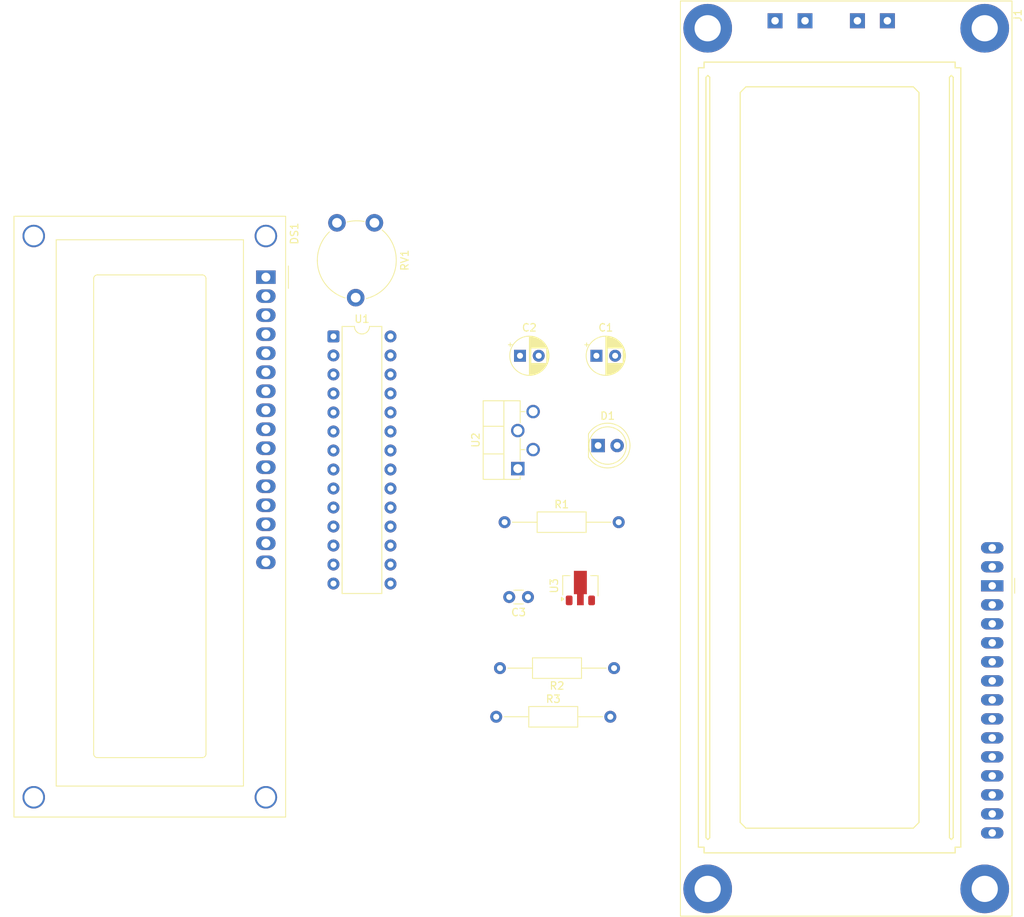
<source format=kicad_pcb>
(kicad_pcb (version 20241229) (generator "pcbnew") (generator_version "9.0")
  (layers (0 "F.Cu" signal) (2 "B.Cu" signal) (13 "F.Paste" user) (15 "B.Paste" user) (5 "F.SilkS" user "F.Silkscreen") (7 "B.SilkS" user "B.Silkscreen") (1 "F.Mask" user) (3 "B.Mask" user) (25 "Edge.Cuts" user))
  (net 0 "")
  (net 1 "Net-(D1-K)")
  (net 2 "+12V")
  (net 3 "+5V")
  (net 4 "GND")
  (net 5 "Net-(J1-Pin_3)")
  (net 6 "Net-(D1-A)")
  (net 7 "Net-(DS1-RS)")
  (net 8 "Net-(DS1-VO)")
  (net 9 "Net-(DS1-D7)")
  (net 10 "Net-(DS1-D5)")
  (net 11 "Net-(DS1-E)")
  (net 12 "Net-(DS1-D6)")
  (net 19 "Net-(DS1-D4)")
  (net 20 "Net-(J1-Pin_2)")
  (net 21 "Net-(J1-Pin_1)")
  (net 22 "Net-(U3-ADJ)")
  (net 28 "/PH Sensor")
  (net 34 "/Water Flow Sensor")
  (net 39 "/Temperature")
  (net 42 "/Turbidity Sensor")
  (footprint "Resistor_THT:R_Axial_DIN0207_L6.3mm_D2.5mm_P15.24mm_Horizontal" (layer "F.Cu") (at 94.26 120.5)
    (property "Reference" "R3" (at 7.62 -2.37 0) (layer "F.SilkS"))
    (property "Value" "R")
    (fp_line (start 1.04 0) (end 4.35 0) (stroke (width 0.12)) (layer "F.SilkS"))
    (fp_line (start 4.35 -1.37) (end 4.35 1.37) (stroke (width 0.12)) (layer "F.SilkS"))
    (fp_line (start 4.35 1.37) (end 10.89 1.37) (stroke (width 0.12)) (layer "F.SilkS"))
    (fp_line (start 10.89 -1.37) (end 4.35 -1.37) (stroke (width 0.12)) (layer "F.SilkS"))
    (fp_line (start 10.89 1.37) (end 10.89 -1.37) (stroke (width 0.12)) (layer "F.SilkS"))
    (fp_line (start 14.2 0) (end 10.89 0) (stroke (width 0.12)) (layer "F.SilkS"))
    (pad "1" thru_hole circle (at 0 0) (size 1.6 1.6) (drill 0.8) (layers "*.Cu" "*.Mask") (net 5 "Net-(J1-Pin_3)"))
    (pad "2" thru_hole oval (at 15.24 0) (size 1.6 1.6) (drill 0.8) (layers "*.Cu" "*.Mask") (net 22 "Net-(U3-ADJ)"))
  )
  (footprint "Display:WC1602A" (layer "F.Cu") (at 63.5 61.76 -90)
    (property "Reference" "DS1" (at -5.82 -3.81 90) (layer "F.SilkS"))
    (property "Value" "WC1602A")
    (fp_line (start -8.14 33.64) (end 72.14 33.64) (stroke (width 0.12)) (layer "F.SilkS"))
    (fp_line (start 72.14 33.64) (end 72.14 -2.64) (stroke (width 0.12)) (layer "F.SilkS"))
    (fp_line (start -5 28) (end -5 3) (stroke (width 0.12)) (layer "F.SilkS"))
    (fp_line (start 68 28) (end -5 28) (stroke (width 0.12)) (layer "F.SilkS"))
    (fp_line (start 63.70066 23) (end 0.2 23) (stroke (width 0.12)) (layer "F.SilkS"))
    (fp_line (start -0.29972 22.49932) (end -0.29972 8.5) (stroke (width 0.12)) (layer "F.SilkS"))
    (fp_line (start 64.2 8.5) (end 64.2 22.5) (stroke (width 0.12)) (layer "F.SilkS"))
    (fp_line (start 0.2 8) (end 63.7 8) (stroke (width 0.12)) (layer "F.SilkS"))
    (fp_line (start -5 3) (end 68 3) (stroke (width 0.12)) (layer "F.SilkS"))
    (fp_line (start 68 3) (end 68 28) (stroke (width 0.12)) (layer "F.SilkS"))
    (fp_line (start -8.14 -2.64) (end -8.14 33.64) (stroke (width 0.12)) (layer "F.SilkS"))
    (fp_line (start -8.13 -2.64) (end -7.34 -2.64) (stroke (width 0.12)) (layer "F.SilkS"))
    (fp_line (start 72.14 -2.64) (end -7.34 -2.64) (stroke (width 0.12)) (layer "F.SilkS"))
    (fp_line (start -1.5 -3) (end 1.5 -3) (stroke (width 0.12)) (layer "F.SilkS"))
    (fp_arc (start 0.20066 22.9997) (mid -0.153162 22.853142) (end -0.29972 22.49932) (stroke (width 0.12)) (layer "F.SilkS"))
    (fp_arc (start 64.20104 22.49932) (mid 64.054482 22.853142) (end 63.70066 22.9997) (stroke (width 0.12)) (layer "F.SilkS"))
    (fp_arc (start -0.29972 8.49884) (mid -0.153162 8.145018) (end 0.20066 7.99846) (stroke (width 0.12)) (layer "F.SilkS"))
    (fp_arc (start 63.7 8) (mid 64.053553 8.146447) (end 64.2 8.5) (stroke (width 0.12)) (layer "F.SilkS"))
    (pad "" thru_hole circle (at -5.4991 0 270) (size 3 3) (drill 2.5) (layers "*.Cu" "*.Mask"))
    (pad "" thru_hole circle (at -5.4991 31.0007 270) (size 3 3) (drill 2.5) (layers "*.Cu" "*.Mask"))
    (pad "" thru_hole circle (at 69.49948 31.0007 270) (size 3 3) (drill 2.5) (layers "*.Cu" "*.Mask"))
    (pad "" thru_hole circle (at 69.5 0 270) (size 3 3) (drill 2.5) (layers "*.Cu" "*.Mask"))
    (pad "1" thru_hole rect (at 0 0 270) (size 1.8 2.6) (drill 1.2) (layers "*.Cu" "*.Mask") (net 4 "GND"))
    (pad "2" thru_hole oval (at 2.54 0 270) (size 1.8 2.6) (drill 1.2) (layers "*.Cu" "*.Mask") (net 3 "+5V"))
    (pad "3" thru_hole oval (at 5.08 0 270) (size 1.8 2.6) (drill 1.2) (layers "*.Cu" "*.Mask") (net 8 "Net-(DS1-VO)"))
    (pad "4" thru_hole oval (at 7.62 0 270) (size 1.8 2.6) (drill 1.2) (layers "*.Cu" "*.Mask") (net 7 "Net-(DS1-RS)"))
    (pad "5" thru_hole oval (at 10.16 0 270) (size 1.8 2.6) (drill 1.2) (layers "*.Cu" "*.Mask") (net 4 "GND"))
    (pad "6" thru_hole oval (at 12.7 0 270) (size 1.8 2.6) (drill 1.2) (layers "*.Cu" "*.Mask") (net 11 "Net-(DS1-E)"))
    (pad "7" thru_hole oval (at 15.24 0 270) (size 1.8 2.6) (drill 1.2) (layers "*.Cu" "*.Mask"))
    (pad "8" thru_hole oval (at 17.78 0 270) (size 1.8 2.6) (drill 1.2) (layers "*.Cu" "*.Mask"))
    (pad "9" thru_hole oval (at 20.32 0 270) (size 1.8 2.6) (drill 1.2) (layers "*.Cu" "*.Mask"))
    (pad "10" thru_hole oval (at 22.86 0 270) (size 1.8 2.6) (drill 1.2) (layers "*.Cu" "*.Mask"))
    (pad "11" thru_hole oval (at 25.4 0 270) (size 1.8 2.6) (drill 1.2) (layers "*.Cu" "*.Mask") (net 19 "Net-(DS1-D4)"))
    (pad "12" thru_hole oval (at 27.94 0 270) (size 1.8 2.6) (drill 1.2) (layers "*.Cu" "*.Mask") (net 10 "Net-(DS1-D5)"))
    (pad "13" thru_hole oval (at 30.48 0 270) (size 1.8 2.6) (drill 1.2) (layers "*.Cu" "*.Mask") (net 12 "Net-(DS1-D6)"))
    (pad "14" thru_hole oval (at 33.02 0 270) (size 1.8 2.6) (drill 1.2) (layers "*.Cu" "*.Mask") (net 9 "Net-(DS1-D7)"))
    (pad "15" thru_hole oval (at 35.56 0 270) (size 1.8 2.6) (drill 1.2) (layers "*.Cu" "*.Mask"))
    (pad "16" thru_hole oval (at 38.1 0 270) (size 1.8 2.6) (drill 1.2) (layers "*.Cu" "*.Mask"))
  )
  (footprint "Capacitor_THT:CP_Radial_D5.0mm_P2.50mm" (layer "F.Cu") (at 97.437387 72.26)
    (property "Reference" "C2" (at 1.25 -3.75 0) (layer "F.SilkS"))
    (property "Value" "C_Polarized")
    (fp_line (start -1.554775 -1.475) (end -1.054775 -1.475) (stroke (width 0.12)) (layer "F.SilkS"))
    (fp_line (start -1.304775 -1.725) (end -1.304775 -1.225) (stroke (width 0.12)) (layer "F.SilkS"))
    (fp_line (start 1.25 -2.58) (end 1.25 2.58) (stroke (width 0.12)) (layer "F.SilkS"))
    (fp_line (start 1.29 -2.58) (end 1.29 2.58) (stroke (width 0.12)) (layer "F.SilkS"))
    (fp_line (start 1.33 -2.579) (end 1.33 2.579) (stroke (width 0.12)) (layer "F.SilkS"))
    (fp_line (start 1.37 -2.578) (end 1.37 2.578) (stroke (width 0.12)) (layer "F.SilkS"))
    (fp_line (start 1.41 -2.576) (end 1.41 2.576) (stroke (width 0.12)) (layer "F.SilkS"))
    (fp_line (start 1.45 -2.573) (end 1.45 2.573) (stroke (width 0.12)) (layer "F.SilkS"))
    (fp_line (start 1.49 -2.569) (end 1.49 -1.04) (stroke (width 0.12)) (layer "F.SilkS"))
    (fp_line (start 1.49 1.04) (end 1.49 2.569) (stroke (width 0.12)) (layer "F.SilkS"))
    (fp_line (start 1.53 -2.565) (end 1.53 -1.04) (stroke (width 0.12)) (layer "F.SilkS"))
    (fp_line (start 1.53 1.04) (end 1.53 2.565) (stroke (width 0.12)) (layer "F.SilkS"))
    (fp_line (start 1.57 -2.561) (end 1.57 -1.04) (stroke (width 0.12)) (layer "F.SilkS"))
    (fp_line (start 1.57 1.04) (end 1.57 2.561) (stroke (width 0.12)) (layer "F.SilkS"))
    (fp_line (start 1.61 -2.556) (end 1.61 -1.04) (stroke (width 0.12)) (layer "F.SilkS"))
    (fp_line (start 1.61 1.04) (end 1.61 2.556) (stroke (width 0.12)) (layer "F.SilkS"))
    (fp_line (start 1.65 -2.55) (end 1.65 -1.04) (stroke (width 0.12)) (layer "F.SilkS"))
    (fp_line (start 1.65 1.04) (end 1.65 2.55) (stroke (width 0.12)) (layer "F.SilkS"))
    (fp_line (start 1.69 -2.543) (end 1.69 -1.04) (stroke (width 0.12)) (layer "F.SilkS"))
    (fp_line (start 1.69 1.04) (end 1.69 2.543) (stroke (width 0.12)) (layer "F.SilkS"))
    (fp_line (start 1.73 -2.536) (end 1.73 -1.04) (stroke (width 0.12)) (layer "F.SilkS"))
    (fp_line (start 1.73 1.04) (end 1.73 2.536) (stroke (width 0.12)) (layer "F.SilkS"))
    (fp_line (start 1.77 -2.528) (end 1.77 -1.04) (stroke (width 0.12)) (layer "F.SilkS"))
    (fp_line (start 1.77 1.04) (end 1.77 2.528) (stroke (width 0.12)) (layer "F.SilkS"))
    (fp_line (start 1.81 -2.52) (end 1.81 -1.04) (stroke (width 0.12)) (layer "F.SilkS"))
    (fp_line (start 1.81 1.04) (end 1.81 2.52) (stroke (width 0.12)) (layer "F.SilkS"))
    (fp_line (start 1.85 -2.511) (end 1.85 -1.04) (stroke (width 0.12)) (layer "F.SilkS"))
    (fp_line (start 1.85 1.04) (end 1.85 2.511) (stroke (width 0.12)) (layer "F.SilkS"))
    (fp_line (start 1.89 -2.501) (end 1.89 -1.04) (stroke (width 0.12)) (layer "F.SilkS"))
    (fp_line (start 1.89 1.04) (end 1.89 2.501) (stroke (width 0.12)) (layer "F.SilkS"))
    (fp_line (start 1.93 -2.491) (end 1.93 -1.04) (stroke (width 0.12)) (layer "F.SilkS"))
    (fp_line (start 1.93 1.04) (end 1.93 2.491) (stroke (width 0.12)) (layer "F.SilkS"))
    (fp_line (start 1.971 -2.48) (end 1.971 -1.04) (stroke (width 0.12)) (layer "F.SilkS"))
    (fp_line (start 1.971 1.04) (end 1.971 2.48) (stroke (width 0.12)) (layer "F.SilkS"))
    (fp_line (start 2.011 -2.468) (end 2.011 -1.04) (stroke (width 0.12)) (layer "F.SilkS"))
    (fp_line (start 2.011 1.04) (end 2.011 2.468) (stroke (width 0.12)) (layer "F.SilkS"))
    (fp_line (start 2.051 -2.455) (end 2.051 -1.04) (stroke (width 0.12)) (layer "F.SilkS"))
    (fp_line (start 2.051 1.04) (end 2.051 2.455) (stroke (width 0.12)) (layer "F.SilkS"))
    (fp_line (start 2.091 -2.442) (end 2.091 -1.04) (stroke (width 0.12)) (layer "F.SilkS"))
    (fp_line (start 2.091 1.04) (end 2.091 2.442) (stroke (width 0.12)) (layer "F.SilkS"))
    (fp_line (start 2.131 -2.428) (end 2.131 -1.04) (stroke (width 0.12)) (layer "F.SilkS"))
    (fp_line (start 2.131 1.04) (end 2.131 2.428) (stroke (width 0.12)) (layer "F.SilkS"))
    (fp_line (start 2.171 -2.414) (end 2.171 -1.04) (stroke (width 0.12)) (layer "F.SilkS"))
    (fp_line (start 2.171 1.04) (end 2.171 2.414) (stroke (width 0.12)) (layer "F.SilkS"))
    (fp_line (start 2.211 -2.398) (end 2.211 -1.04) (stroke (width 0.12)) (layer "F.SilkS"))
    (fp_line (start 2.211 1.04) (end 2.211 2.398) (stroke (width 0.12)) (layer "F.SilkS"))
    (fp_line (start 2.251 -2.382) (end 2.251 -1.04) (stroke (width 0.12)) (layer "F.SilkS"))
    (fp_line (start 2.251 1.04) (end 2.251 2.382) (stroke (width 0.12)) (layer "F.SilkS"))
    (fp_line (start 2.291 -2.365) (end 2.291 -1.04) (stroke (width 0.12)) (layer "F.SilkS"))
    (fp_line (start 2.291 1.04) (end 2.291 2.365) (stroke (width 0.12)) (layer "F.SilkS"))
    (fp_line (start 2.331 -2.348) (end 2.331 -1.04) (stroke (width 0.12)) (layer "F.SilkS"))
    (fp_line (start 2.331 1.04) (end 2.331 2.348) (stroke (width 0.12)) (layer "F.SilkS"))
    (fp_line (start 2.371 -2.329) (end 2.371 -1.04) (stroke (width 0.12)) (layer "F.SilkS"))
    (fp_line (start 2.371 1.04) (end 2.371 2.329) (stroke (width 0.12)) (layer "F.SilkS"))
    (fp_line (start 2.411 -2.31) (end 2.411 -1.04) (stroke (width 0.12)) (layer "F.SilkS"))
    (fp_line (start 2.411 1.04) (end 2.411 2.31) (stroke (width 0.12)) (layer "F.SilkS"))
    (fp_line (start 2.451 -2.29) (end 2.451 -1.04) (stroke (width 0.12)) (layer "F.SilkS"))
    (fp_line (start 2.451 1.04) (end 2.451 2.29) (stroke (width 0.12)) (layer "F.SilkS"))
    (fp_line (start 2.491 -2.268) (end 2.491 -1.04) (stroke (width 0.12)) (layer "F.SilkS"))
    (fp_line (start 2.491 1.04) (end 2.491 2.268) (stroke (width 0.12)) (layer "F.SilkS"))
    (fp_line (start 2.531 -2.247) (end 2.531 -1.04) (stroke (width 0.12)) (layer "F.SilkS"))
    (fp_line (start 2.531 1.04) (end 2.531 2.247) (stroke (width 0.12)) (layer "F.SilkS"))
    (fp_line (start 2.571 -2.224) (end 2.571 -1.04) (stroke (width 0.12)) (layer "F.SilkS"))
    (fp_line (start 2.571 1.04) (end 2.571 2.224) (stroke (width 0.12)) (layer "F.SilkS"))
    (fp_line (start 2.611 -2.2) (end 2.611 -1.04) (stroke (width 0.12)) (layer "F.SilkS"))
    (fp_line (start 2.611 1.04) (end 2.611 2.2) (stroke (width 0.12)) (layer "F.SilkS"))
    (fp_line (start 2.651 -2.175) (end 2.651 -1.04) (stroke (width 0.12)) (layer "F.SilkS"))
    (fp_line (start 2.651 1.04) (end 2.651 2.175) (stroke (width 0.12)) (layer "F.SilkS"))
    (fp_line (start 2.691 -2.149) (end 2.691 -1.04) (stroke (width 0.12)) (layer "F.SilkS"))
    (fp_line (start 2.691 1.04) (end 2.691 2.149) (stroke (width 0.12)) (layer "F.SilkS"))
    (fp_line (start 2.731 -2.122) (end 2.731 -1.04) (stroke (width 0.12)) (layer "F.SilkS"))
    (fp_line (start 2.731 1.04) (end 2.731 2.122) (stroke (width 0.12)) (layer "F.SilkS"))
    (fp_line (start 2.771 -2.095) (end 2.771 -1.04) (stroke (width 0.12)) (layer "F.SilkS"))
    (fp_line (start 2.771 1.04) (end 2.771 2.095) (stroke (width 0.12)) (layer "F.SilkS"))
    (fp_line (start 2.811 -2.065) (end 2.811 -1.04) (stroke (width 0.12)) (layer "F.SilkS"))
    (fp_line (start 2.811 1.04) (end 2.811 2.065) (stroke (width 0.12)) (layer "F.SilkS"))
    (fp_line (start 2.851 -2.035) (end 2.851 -1.04) (stroke (width 0.12)) (layer "F.SilkS"))
    (fp_line (start 2.851 1.04) (end 2.851 2.035) (stroke (width 0.12)) (layer "F.SilkS"))
    (fp_line (start 2.891 -2.004) (end 2.891 -1.04) (stroke (width 0.12)) (layer "F.SilkS"))
    (fp_line (start 2.891 1.04) (end 2.891 2.004) (stroke (width 0.12)) (layer "F.SilkS"))
    (fp_line (start 2.931 -1.971) (end 2.931 -1.04) (stroke (width 0.12)) (layer "F.SilkS"))
    (fp_line (start 2.931 1.04) (end 2.931 1.971) (stroke (width 0.12)) (layer "F.SilkS"))
    (fp_line (start 2.971 -1.937) (end 2.971 -1.04) (stroke (width 0.12)) (layer "F.SilkS"))
    (fp_line (start 2.971 1.04) (end 2.971 1.937) (stroke (width 0.12)) (layer "F.SilkS"))
    (fp_line (start 3.011 -1.901) (end 3.011 -1.04) (stroke (width 0.12)) (layer "F.SilkS"))
    (fp_line (start 3.011 1.04) (end 3.011 1.901) (stroke (width 0.12)) (layer "F.SilkS"))
    (fp_line (start 3.051 -1.864) (end 3.051 -1.04) (stroke (width 0.12)) (layer "F.SilkS"))
    (fp_line (start 3.051 1.04) (end 3.051 1.864) (stroke (width 0.12)) (layer "F.SilkS"))
    (fp_line (start 3.091 -1.826) (end 3.091 -1.04) (stroke (width 0.12)) (layer "F.SilkS"))
    (fp_line (start 3.091 1.04) (end 3.091 1.826) (stroke (width 0.12)) (layer "F.SilkS"))
    (fp_line (start 3.131 -1.785) (end 3.131 -1.04) (stroke (width 0.12)) (layer "F.SilkS"))
    (fp_line (start 3.131 1.04) (end 3.131 1.785) (stroke (width 0.12)) (layer "F.SilkS"))
    (fp_line (start 3.171 -1.743) (end 3.171 -1.04) (stroke (width 0.12)) (layer "F.SilkS"))
    (fp_line (start 3.171 1.04) (end 3.171 1.743) (stroke (width 0.12)) (layer "F.SilkS"))
    (fp_line (start 3.211 -1.699) (end 3.211 -1.04) (stroke (width 0.12)) (layer "F.SilkS"))
    (fp_line (start 3.211 1.04) (end 3.211 1.699) (stroke (width 0.12)) (layer "F.SilkS"))
    (fp_line (start 3.251 -1.653) (end 3.251 -1.04) (stroke (width 0.12)) (layer "F.SilkS"))
    (fp_line (start 3.251 1.04) (end 3.251 1.653) (stroke (width 0.12)) (layer "F.SilkS"))
    (fp_line (start 3.291 -1.605) (end 3.291 -1.04) (stroke (width 0.12)) (layer "F.SilkS"))
    (fp_line (start 3.291 1.04) (end 3.291 1.605) (stroke (width 0.12)) (layer "F.SilkS"))
    (fp_line (start 3.331 -1.554) (end 3.331 -1.04) (stroke (width 0.12)) (layer "F.SilkS"))
    (fp_line (start 3.331 1.04) (end 3.331 1.554) (stroke (width 0.12)) (layer "F.SilkS"))
    (fp_line (start 3.371 -1.5) (end 3.371 -1.04) (stroke (width 0.12)) (layer "F.SilkS"))
    (fp_line (start 3.371 1.04) (end 3.371 1.5) (stroke (width 0.12)) (layer "F.SilkS"))
    (fp_line (start 3.411 -1.443) (end 3.411 -1.04) (stroke (width 0.12)) (layer "F.SilkS"))
    (fp_line (start 3.411 1.04) (end 3.411 1.443) (stroke (width 0.12)) (layer "F.SilkS"))
    (fp_line (start 3.451 -1.383) (end 3.451 -1.04) (stroke (width 0.12)) (layer "F.SilkS"))
    (fp_line (start 3.451 1.04) (end 3.451 1.383) (stroke (width 0.12)) (layer "F.SilkS"))
    (fp_line (start 3.491 -1.319) (end 3.491 -1.04) (stroke (width 0.12)) (layer "F.SilkS"))
    (fp_line (start 3.491 1.04) (end 3.491 1.319) (stroke (width 0.12)) (layer "F.SilkS"))
    (fp_line (start 3.531 -1.251) (end 3.531 -1.04) (stroke (width 0.12)) (layer "F.SilkS"))
    (fp_line (start 3.531 1.04) (end 3.531 1.251) (stroke (width 0.12)) (layer "F.SilkS"))
    (fp_line (start 3.571 -1.178) (end 3.571 1.178) (stroke (width 0.12)) (layer "F.SilkS"))
    (fp_line (start 3.611 -1.098) (end 3.611 1.098) (stroke (width 0.12)) (layer "F.SilkS"))
    (fp_line (start 3.651 -1.011) (end 3.651 1.011) (stroke (width 0.12)) (layer "F.SilkS"))
    (fp_line (start 3.691 -0.915) (end 3.691 0.915) (stroke (width 0.12)) (layer "F.SilkS"))
    (fp_line (start 3.731 -0.805) (end 3.731 0.805) (stroke (width 0.12)) (layer "F.SilkS"))
    (fp_line (start 3.771 -0.677) (end 3.771 0.677) (stroke (width 0.12)) (layer "F.SilkS"))
    (fp_line (start 3.811 -0.518) (end 3.811 0.518) (stroke (width 0.12)) (layer "F.SilkS"))
    (fp_line (start 3.851 -0.284) (end 3.851 0.284) (stroke (width 0.12)) (layer "F.SilkS"))
    (fp_circle (center 1.25 0) (end 3.87 0) (stroke (width 0.12)) (fill no) (layer "F.SilkS"))
    (pad "1" thru_hole rect (at 0 0) (size 1.6 1.6) (drill 0.8) (layers "*.Cu" "*.Mask") (net 3 "+5V"))
    (pad "2" thru_hole circle (at 2.5 0) (size 1.6 1.6) (drill 0.8) (layers "*.Cu" "*.Mask") (net 1 "Net-(D1-K)"))
  )
  (footprint "Display:LCD-016N002L" (layer "F.Cu") (at 160.5 103 -90)
    (property "Reference" "J1" (at -76.21 -3.41 90) (layer "F.SilkS"))
    (property "Value" "Conn_01x04")
    (fp_line (start -78.14 41.64) (end 44.14 41.64) (stroke (width 0.12)) (layer "F.SilkS"))
    (fp_line (start -69.215 39.243) (end 34.925 39.243) (stroke (width 0.15)) (layer "F.SilkS"))
    (fp_line (start -69.215 39.243) (end -69.215 38.481) (stroke (width 0.15)) (layer "F.SilkS"))
    (fp_line (start -69.215 38.481) (end -69.977 38.481) (stroke (width 0.15)) (layer "F.SilkS"))
    (fp_line (start 34.925 38.481) (end 34.925 39.243) (stroke (width 0.15)) (layer "F.SilkS"))
    (fp_line (start 35.687 38.481) (end 34.925 38.481) (stroke (width 0.15)) (layer "F.SilkS"))
    (fp_line (start 35.687 38.481) (end 35.687 4.953) (stroke (width 0.15)) (layer "F.SilkS"))
    (fp_line (start -67.945 38.227) (end 33.655 38.227) (stroke (width 0.15)) (layer "F.SilkS"))
    (fp_line (start 33.655 38.227) (end 33.909 37.973) (stroke (width 0.15)) (layer "F.SilkS"))
    (fp_line (start -68.199 37.973) (end -67.945 38.227) (stroke (width 0.15)) (layer "F.SilkS"))
    (fp_line (start 33.909 37.973) (end 33.655 37.719) (stroke (width 0.15)) (layer "F.SilkS"))
    (fp_line (start -67.945 37.719) (end -68.199 37.973) (stroke (width 0.15)) (layer "F.SilkS"))
    (fp_line (start 33.655 37.719) (end -67.945 37.719) (stroke (width 0.15)) (layer "F.SilkS"))
    (fp_line (start -65.913 33.655) (end -66.675 32.893) (stroke (width 0.15)) (layer "F.SilkS"))
    (fp_line (start 31.623 33.655) (end -65.913 33.655) (stroke (width 0.15)) (layer "F.SilkS"))
    (fp_line (start -66.675 32.893) (end -66.675 10.541) (stroke (width 0.15)) (layer "F.SilkS"))
    (fp_line (start 32.385 32.893) (end 31.623 33.655) (stroke (width 0.15)) (layer "F.SilkS"))
    (fp_line (start -66.675 10.541) (end -65.913 9.779) (stroke (width 0.15)) (layer "F.SilkS"))
    (fp_line (start 32.385 10.541) (end 32.385 32.893) (stroke (width 0.15)) (layer "F.SilkS"))
    (fp_line (start -65.913 9.779) (end 31.623 9.779) (stroke (width 0.15)) (layer "F.SilkS"))
    (fp_line (start 31.623 9.779) (end 32.385 10.541) (stroke (width 0.15)) (layer "F.SilkS"))
    (fp_line (start -67.945 5.715) (end 33.655 5.715) (stroke (width 0.15)) (layer "F.SilkS"))
    (fp_line (start -68.199 5.461) (end -67.945 5.715) (stroke (width 0.15)) (layer "F.SilkS"))
    (fp_line (start 33.909 5.461) (end 33.655 5.715) (stroke (width 0.15)) (layer "F.SilkS"))
    (fp_line (start -67.945 5.207) (end -68.199 5.461) (stroke (width 0.15)) (layer "F.SilkS"))
    (fp_line (start 33.655 5.207) (end 33.909 5.461) (stroke (width 0.15)) (layer "F.SilkS"))
    (fp_line (start 33.655 5.207) (end -67.945 5.207) (stroke (width 0.15)) (layer "F.SilkS"))
    (fp_line (start -69.977 4.953) (end -69.977 38.481) (stroke (width 0.15)) (layer "F.SilkS"))
    (fp_line (start -69.215 4.953) (end -69.977 4.953) (stroke (width 0.15)) (layer "F.SilkS"))
    (fp_line (start 34.925 4.953) (end 35.687 4.953) (stroke (width 0.15)) (layer "F.SilkS"))
    (fp_line (start -69.215 4.191) (end -69.215 4.953) (stroke (width 0.15)) (layer "F.SilkS"))
    (fp_line (start 34.925 4.191) (end 34.925 4.953) (stroke (width 0.15)) (layer "F.SilkS"))
    (fp_line (start 34.925 4.191) (end -69.215 4.191) (stroke (width 0.15)) (layer "F.SilkS"))
    (fp_line (start -78.14 -2.64) (end -78.14 41.64) (stroke (width 0.12)) (layer "F.SilkS"))
    (fp_line (start 44.14 -2.64) (end 44.14 41.64) (stroke (width 0.12)) (layer "F.SilkS"))
    (fp_line (start 44.14 -2.64) (end -78.14 -2.64) (stroke (width 0.12)) (layer "F.SilkS"))
    (fp_line (start -1 -3) (end 1 -3) (stroke (width 0.12)) (layer "F.SilkS"))
    (pad "" thru_hole circle (at -74.5 1 90) (size 6.5 6.5) (drill 3.5) (layers "*.Cu" "*.Mask"))
    (pad "" thru_hole circle (at -74.5 38 90) (size 6.5 6.5) (drill 3.5) (layers "*.Cu" "*.Mask"))
    (pad "" thru_hole circle (at 40.5 1 90) (size 6.5 6.5) (drill 3.5) (layers "*.Cu" "*.Mask"))
    (pad "" thru_hole circle (at 40.5 38 90) (size 6.5 6.5) (drill 3.5) (layers "*.Cu" "*.Mask"))
    (pad "1" thru_hole rect (at 0 0 90) (size 1.5 3) (drill 1) (layers "*.Cu" "*.Mask") (net 21 "Net-(J1-Pin_1)"))
    (pad "2" thru_hole oval (at 2.54 0 90) (size 1.5 3) (drill 1) (layers "*.Cu" "*.Mask") (net 20 "Net-(J1-Pin_2)"))
    (pad "3" thru_hole oval (at 5.08 0 90) (size 1.5 3) (drill 1) (layers "*.Cu" "*.Mask") (net 5 "Net-(J1-Pin_3)"))
    (pad "4" thru_hole oval (at 7.62 0 90) (size 1.5 3) (drill 1) (layers "*.Cu" "*.Mask") (net 4 "GND"))
    (pad "5" thru_hole oval (at 10.16 0 90) (size 1.5 3) (drill 1) (layers "*.Cu" "*.Mask"))
    (pad "6" thru_hole oval (at 12.7 0 90) (size 1.5 3) (drill 1) (layers "*.Cu" "*.Mask"))
    (pad "7" thru_hole oval (at 15.24 0 90) (size 1.5 3) (drill 1) (layers "*.Cu" "*.Mask"))
    (pad "8" thru_hole oval (at 17.78 0 90) (size 1.5 3) (drill 1) (layers "*.Cu" "*.Mask"))
    (pad "9" thru_hole oval (at 20.32 0 90) (size 1.5 3) (drill 1) (layers "*.Cu" "*.Mask"))
    (pad "10" thru_hole oval (at 22.86 0 90) (size 1.5 3) (drill 1) (layers "*.Cu" "*.Mask"))
    (pad "11" thru_hole oval (at 25.4 0 90) (size 1.5 3) (drill 1) (layers "*.Cu" "*.Mask"))
    (pad "12" thru_hole oval (at 27.94 0 90) (size 1.5 3) (drill 1) (layers "*.Cu" "*.Mask"))
    (pad "13" thru_hole oval (at 30.48 0 90) (size 1.5 3) (drill 1) (layers "*.Cu" "*.Mask"))
    (pad "14" thru_hole oval (at 33.02 0 90) (size 1.5 3) (drill 1) (layers "*.Cu" "*.Mask"))
    (pad "15" thru_hole oval (at -2.54 0 90) (size 1.5 3) (drill 1) (layers "*.Cu" "*.Mask"))
    (pad "16" thru_hole oval (at -5.08 0 90) (size 1.5 3) (drill 1) (layers "*.Cu" "*.Mask"))
    (pad "A1" thru_hole rect (at -75.5 14 90) (size 2 2) (drill 1) (layers "*.Cu" "*.Mask"))
    (pad "A2" thru_hole rect (at -75.5 25 90) (size 2 2) (drill 1) (layers "*.Cu" "*.Mask"))
    (pad "K1" thru_hole rect (at -75.5 18 90) (size 2 2) (drill 1) (layers "*.Cu" "*.Mask"))
    (pad "K2" thru_hole rect (at -75.5 29 90) (size 2 2) (drill 1) (layers "*.Cu" "*.Mask"))
  )
  (footprint "Package_TO_SOT_SMD:SOT-89-3" (layer "F.Cu") (at 105.5 103 90)
    (property "Reference" "U3" (at 0 -3.5 90) (layer "F.SilkS"))
    (property "Value" "LM317L_SOT-89")
    (fp_line (start -1.22 -2.36) (end 1.36 -2.36) (stroke (width 0.12)) (layer "F.SilkS"))
    (fp_line (start 1.36 -1.38) (end 1.36 -2.36) (stroke (width 0.12)) (layer "F.SilkS"))
    (fp_line (start 1.36 1.38) (end 1.36 2.36) (stroke (width 0.12)) (layer "F.SilkS"))
    (fp_line (start 1.36 2.36) (end -1.36 2.36) (stroke (width 0.12)) (layer "F.SilkS"))
    (fp_poly (pts (xy -1.77 -2.21) (xy -2.01 -2.54) (xy -1.53 -2.54) (xy -1.77 -2.21)) (stroke (width 0.12)) (fill yes) (layer "F.SilkS"))
    (pad "1" smd roundrect (at -1.95 -1.5 90) (size 1.3 0.9) (layers "F.Cu" "F.Mask" "F.Paste") (net 22 "Net-(U3-ADJ)"))
    (pad "2" smd custom (at -1.8625 0 90) (size 1.475 0.9) (layers "F.Cu" "F.Mask" "F.Paste") (net 5 "Net-(J1-Pin_3)") (options (clearance outline) (anchor rect)) (primitives (gr_poly (pts (xy 3.8625 0.8665) (xy 0.7375 0.8665) (xy 0.7375 -0.8665) (xy 3.8625 -0.8665)) (width 0) (fill yes))))
    (pad "3" smd roundrect (at -1.95 1.5 90) (size 1.3 0.9) (layers "F.Cu" "F.Mask" "F.Paste") (net 2 "+12V"))
  )
  (footprint "Resistor_THT:R_Axial_DIN0207_L6.3mm_D2.5mm_P15.24mm_Horizontal" (layer "F.Cu") (at 95.38 94.5)
    (property "Reference" "R1" (at 7.62 -2.37 0) (layer "F.SilkS"))
    (property "Value" "R")
    (fp_line (start 1.04 0) (end 4.35 0) (stroke (width 0.12)) (layer "F.SilkS"))
    (fp_line (start 4.35 -1.37) (end 4.35 1.37) (stroke (width 0.12)) (layer "F.SilkS"))
    (fp_line (start 4.35 1.37) (end 10.89 1.37) (stroke (width 0.12)) (layer "F.SilkS"))
    (fp_line (start 10.89 -1.37) (end 4.35 -1.37) (stroke (width 0.12)) (layer "F.SilkS"))
    (fp_line (start 10.89 1.37) (end 10.89 -1.37) (stroke (width 0.12)) (layer "F.SilkS"))
    (fp_line (start 14.2 0) (end 10.89 0) (stroke (width 0.12)) (layer "F.SilkS"))
    (pad "1" thru_hole circle (at 0 0) (size 1.6 1.6) (drill 0.8) (layers "*.Cu" "*.Mask") (net 3 "+5V"))
    (pad "2" thru_hole oval (at 15.24 0) (size 1.6 1.6) (drill 0.8) (layers "*.Cu" "*.Mask") (net 6 "Net-(D1-A)"))
  )
  (footprint "Package_TO_SOT_THT:TO-220F-4_P5.08x2.05mm_StaggerEven_Lead1.85mm_Vertical" (layer "F.Cu") (at 97.1425 87.34 90)
    (property "Reference" "U2" (at 3.81 -5.62 90) (layer "F.SilkS"))
    (property "Value" "L7805")
    (fp_line (start 9.06 -4.62) (end 9.06 0.321) (stroke (width 0.12)) (layer "F.SilkS"))
    (fp_line (start 5.66 -4.62) (end 5.66 -1.861) (stroke (width 0.12)) (layer "F.SilkS"))
    (fp_line (start 1.96 -4.62) (end 1.96 -1.861) (stroke (width 0.12)) (layer "F.SilkS"))
    (fp_line (start -1.44 -4.62) (end 9.06 -4.62) (stroke (width 0.12)) (layer "F.SilkS"))
    (fp_line (start -1.44 -4.62) (end -1.44 0.321) (stroke (width 0.12)) (layer "F.SilkS"))
    (fp_line (start -1.44 -1.861) (end 9.06 -1.861) (stroke (width 0.12)) (layer "F.SilkS"))
    (fp_line (start 7.62 0.321) (end 7.62 0.985) (stroke (width 0.12)) (layer "F.SilkS"))
    (fp_line (start 6.112 0.321) (end 9.06 0.321) (stroke (width 0.12)) (layer "F.SilkS"))
    (fp_line (start 2.54 0.321) (end 2.54 0.985) (stroke (width 0.12)) (layer "F.SilkS"))
    (fp_line (start 1.05 0.321) (end 4.049 0.321) (stroke (width 0.12)) (layer "F.SilkS"))
    (fp_line (start -1.44 0.321) (end -1.05 0.321) (stroke (width 0.12)) (layer "F.SilkS"))
    (pad "1" thru_hole rect (at 0 0 90) (size 1.8 1.8) (drill 1.2) (layers "*.Cu" "*.Mask") (net 2 "+12V"))
    (pad "2" thru_hole circle (at 2.54 2.05 90) (size 1.8 1.8) (drill 1.2) (layers "*.Cu" "*.Mask") (net 1 "Net-(D1-K)"))
    (pad "3" thru_hole circle (at 5.08 0 90) (size 1.8 1.8) (drill 1.2) (layers "*.Cu" "*.Mask") (net 3 "+5V"))
    (pad "4" thru_hole circle (at 7.62 2.05 90) (size 1.8 1.8) (drill 1.2) (layers "*.Cu" "*.Mask"))
  )
  (footprint "LED_THT:LED_D5.0mm" (layer "F.Cu") (at 107.8675 84.26)
    (property "Reference" "D1" (at 1.27 -3.96 0) (layer "F.SilkS"))
    (property "Value" "LED")
    (fp_line (start -1.29 -1.545) (end -1.29 1.545) (stroke (width 0.12)) (layer "F.SilkS"))
    (fp_arc (start -1.29 -1.54483) (mid 2.071756 -2.880501) (end 4.26 -0.000048) (stroke (width 0.12)) (layer "F.SilkS"))
    (fp_arc (start 4.26 0.000048) (mid 2.071756 2.880501) (end -1.29 1.54483) (stroke (width 0.12)) (layer "F.SilkS"))
    (fp_circle (center 1.27 0) (end 3.77 0) (stroke (width 0.12)) (fill no) (layer "F.SilkS"))
    (pad "1" thru_hole rect (at 0 0) (size 1.8 1.8) (drill 0.9) (layers "*.Cu" "*.Mask") (net 1 "Net-(D1-K)"))
    (pad "2" thru_hole circle (at 2.54 0) (size 1.8 1.8) (drill 0.9) (layers "*.Cu" "*.Mask") (net 6 "Net-(D1-A)"))
  )
  (footprint "Resistor_THT:R_Axial_DIN0207_L6.3mm_D2.5mm_P15.24mm_Horizontal" (layer "F.Cu") (at 110 114 180)
    (property "Reference" "R2" (at 7.62 -2.37 0) (layer "F.SilkS"))
    (property "Value" "R")
    (fp_line (start 14.2 0) (end 10.89 0) (stroke (width 0.12)) (layer "F.SilkS"))
    (fp_line (start 10.89 1.37) (end 10.89 -1.37) (stroke (width 0.12)) (layer "F.SilkS"))
    (fp_line (start 10.89 -1.37) (end 4.35 -1.37) (stroke (width 0.12)) (layer "F.SilkS"))
    (fp_line (start 4.35 1.37) (end 10.89 1.37) (stroke (width 0.12)) (layer "F.SilkS"))
    (fp_line (start 4.35 -1.37) (end 4.35 1.37) (stroke (width 0.12)) (layer "F.SilkS"))
    (fp_line (start 1.04 0) (end 4.35 0) (stroke (width 0.12)) (layer "F.SilkS"))
    (pad "1" thru_hole circle (at 0 0 180) (size 1.6 1.6) (drill 0.8) (layers "*.Cu" "*.Mask") (net 22 "Net-(U3-ADJ)"))
    (pad "2" thru_hole oval (at 15.24 0 180) (size 1.6 1.6) (drill 0.8) (layers "*.Cu" "*.Mask") (net 4 "GND"))
  )
  (footprint "Potentiometer_THT:Potentiometer_Piher_PT-10-V10_Vertical" (layer "F.Cu") (at 72.9925 54.5 -90)
    (property "Reference" "RV1" (at 5 -9.05 90) (layer "F.SilkS"))
    (property "Value" "R_Potentiometer")
    (fp_arc (start 5.09203 2.619358) (mid 2.983245 2.219015) (end 1.209 1.011) (stroke (width 0.12)) (layer "F.SilkS"))
    (fp_arc (start 10.039726 -1.109201) (mid 8.134716 1.586326) (end 5 2.62) (stroke (width 0.12)) (layer "F.SilkS"))
    (fp_arc (start -0.11439 -1.375119) (mid -0.269093 -2.512295) (end -0.174 -3.656) (stroke (width 0.12)) (layer "F.SilkS"))
    (fp_arc (start 0.963379 -6.038474) (mid 6.186565 -7.784991) (end 10.114 -3.924) (stroke (width 0.12)) (layer "F.SilkS"))
    (pad "1" thru_hole circle (at 0 0 270) (size 2.34 2.34) (drill 1.3) (layers "*.Cu" "*.Mask") (net 4 "GND"))
    (pad "2" thru_hole circle (at 10 -2.5 270) (size 2.34 2.34) (drill 1.3) (layers "*.Cu" "*.Mask") (net 8 "Net-(DS1-VO)"))
    (pad "3" thru_hole circle (at 0 -5 270) (size 2.34 2.34) (drill 1.3) (layers "*.Cu" "*.Mask") (net 3 "+5V"))
  )
  (footprint "Capacitor_THT:C_Disc_D3.0mm_W1.6mm_P2.50mm" (layer "F.Cu") (at 98.5 104.5 180)
    (property "Reference" "C3" (at 1.25 -2.05 0) (layer "F.SilkS"))
    (property "Value" "C")
    (fp_line (start 0.621 0.92) (end 1.879 0.92) (stroke (width 0.12)) (layer "F.SilkS"))
    (fp_line (start 0.621 -0.92) (end 1.879 -0.92) (stroke (width 0.12)) (layer "F.SilkS"))
    (pad "1" thru_hole circle (at 0 0 180) (size 1.6 1.6) (drill 0.8) (layers "*.Cu" "*.Mask") (net 5 "Net-(J1-Pin_3)"))
    (pad "2" thru_hole circle (at 2.5 0 180) (size 1.6 1.6) (drill 0.8) (layers "*.Cu" "*.Mask") (net 4 "GND"))
  )
  (footprint "Capacitor_THT:CP_Radial_D5.0mm_P2.50mm" (layer "F.Cu") (at 107.6425 72.26)
    (property "Reference" "C1" (at 1.25 -3.75 0) (layer "F.SilkS"))
    (property "Value" "C_Polarized")
    (fp_line (start -1.554775 -1.475) (end -1.054775 -1.475) (stroke (width 0.12)) (layer "F.SilkS"))
    (fp_line (start -1.304775 -1.725) (end -1.304775 -1.225) (stroke (width 0.12)) (layer "F.SilkS"))
    (fp_line (start 1.25 -2.58) (end 1.25 2.58) (stroke (width 0.12)) (layer "F.SilkS"))
    (fp_line (start 1.29 -2.58) (end 1.29 2.58) (stroke (width 0.12)) (layer "F.SilkS"))
    (fp_line (start 1.33 -2.579) (end 1.33 2.579) (stroke (width 0.12)) (layer "F.SilkS"))
    (fp_line (start 1.37 -2.578) (end 1.37 2.578) (stroke (width 0.12)) (layer "F.SilkS"))
    (fp_line (start 1.41 -2.576) (end 1.41 2.576) (stroke (width 0.12)) (layer "F.SilkS"))
    (fp_line (start 1.45 -2.573) (end 1.45 2.573) (stroke (width 0.12)) (layer "F.SilkS"))
    (fp_line (start 1.49 -2.569) (end 1.49 -1.04) (stroke (width 0.12)) (layer "F.SilkS"))
    (fp_line (start 1.49 1.04) (end 1.49 2.569) (stroke (width 0.12)) (layer "F.SilkS"))
    (fp_line (start 1.53 -2.565) (end 1.53 -1.04) (stroke (width 0.12)) (layer "F.SilkS"))
    (fp_line (start 1.53 1.04) (end 1.53 2.565) (stroke (width 0.12)) (layer "F.SilkS"))
    (fp_line (start 1.57 -2.561) (end 1.57 -1.04) (stroke (width 0.12)) (layer "F.SilkS"))
    (fp_line (start 1.57 1.04) (end 1.57 2.561) (stroke (width 0.12)) (layer "F.SilkS"))
    (fp_line (start 1.61 -2.556) (end 1.61 -1.04) (stroke (width 0.12)) (layer "F.SilkS"))
    (fp_line (start 1.61 1.04) (end 1.61 2.556) (stroke (width 0.12)) (layer "F.SilkS"))
    (fp_line (start 1.65 -2.55) (end 1.65 -1.04) (stroke (width 0.12)) (layer "F.SilkS"))
    (fp_line (start 1.65 1.04) (end 1.65 2.55) (stroke (width 0.12)) (layer "F.SilkS"))
    (fp_line (start 1.69 -2.543) (end 1.69 -1.04) (stroke (width 0.12)) (layer "F.SilkS"))
    (fp_line (start 1.69 1.04) (end 1.69 2.543) (stroke (width 0.12)) (layer "F.SilkS"))
    (fp_line (start 1.73 -2.536) (end 1.73 -1.04) (stroke (width 0.12)) (layer "F.SilkS"))
    (fp_line (start 1.73 1.04) (end 1.73 2.536) (stroke (width 0.12)) (layer "F.SilkS"))
    (fp_line (start 1.77 -2.528) (end 1.77 -1.04) (stroke (width 0.12)) (layer "F.SilkS"))
    (fp_line (start 1.77 1.04) (end 1.77 2.528) (stroke (width 0.12)) (layer "F.SilkS"))
    (fp_line (start 1.81 -2.52) (end 1.81 -1.04) (stroke (width 0.12)) (layer "F.SilkS"))
    (fp_line (start 1.81 1.04) (end 1.81 2.52) (stroke (width 0.12)) (layer "F.SilkS"))
    (fp_line (start 1.85 -2.511) (end 1.85 -1.04) (stroke (width 0.12)) (layer "F.SilkS"))
    (fp_line (start 1.85 1.04) (end 1.85 2.511) (stroke (width 0.12)) (layer "F.SilkS"))
    (fp_line (start 1.89 -2.501) (end 1.89 -1.04) (stroke (width 0.12)) (layer "F.SilkS"))
    (fp_line (start 1.89 1.04) (end 1.89 2.501) (stroke (width 0.12)) (layer "F.SilkS"))
    (fp_line (start 1.93 -2.491) (end 1.93 -1.04) (stroke (width 0.12)) (layer "F.SilkS"))
    (fp_line (start 1.93 1.04) (end 1.93 2.491) (stroke (width 0.12)) (layer "F.SilkS"))
    (fp_line (start 1.971 -2.48) (end 1.971 -1.04) (stroke (width 0.12)) (layer "F.SilkS"))
    (fp_line (start 1.971 1.04) (end 1.971 2.48) (stroke (width 0.12)) (layer "F.SilkS"))
    (fp_line (start 2.011 -2.468) (end 2.011 -1.04) (stroke (width 0.12)) (layer "F.SilkS"))
    (fp_line (start 2.011 1.04) (end 2.011 2.468) (stroke (width 0.12)) (layer "F.SilkS"))
    (fp_line (start 2.051 -2.455) (end 2.051 -1.04) (stroke (width 0.12)) (layer "F.SilkS"))
    (fp_line (start 2.051 1.04) (end 2.051 2.455) (stroke (width 0.12)) (layer "F.SilkS"))
    (fp_line (start 2.091 -2.442) (end 2.091 -1.04) (stroke (width 0.12)) (layer "F.SilkS"))
    (fp_line (start 2.091 1.04) (end 2.091 2.442) (stroke (width 0.12)) (layer "F.SilkS"))
    (fp_line (start 2.131 -2.428) (end 2.131 -1.04) (stroke (width 0.12)) (layer "F.SilkS"))
    (fp_line (start 2.131 1.04) (end 2.131 2.428) (stroke (width 0.12)) (layer "F.SilkS"))
    (fp_line (start 2.171 -2.414) (end 2.171 -1.04) (stroke (width 0.12)) (layer "F.SilkS"))
    (fp_line (start 2.171 1.04) (end 2.171 2.414) (stroke (width 0.12)) (layer "F.SilkS"))
    (fp_line (start 2.211 -2.398) (end 2.211 -1.04) (stroke (width 0.12)) (layer "F.SilkS"))
    (fp_line (start 2.211 1.04) (end 2.211 2.398) (stroke (width 0.12)) (layer "F.SilkS"))
    (fp_line (start 2.251 -2.382) (end 2.251 -1.04) (stroke (width 0.12)) (layer "F.SilkS"))
    (fp_line (start 2.251 1.04) (end 2.251 2.382) (stroke (width 0.12)) (layer "F.SilkS"))
    (fp_line (start 2.291 -2.365) (end 2.291 -1.04) (stroke (width 0.12)) (layer "F.SilkS"))
    (fp_line (start 2.291 1.04) (end 2.291 2.365) (stroke (width 0.12)) (layer "F.SilkS"))
    (fp_line (start 2.331 -2.348) (end 2.331 -1.04) (stroke (width 0.12)) (layer "F.SilkS"))
    (fp_line (start 2.331 1.04) (end 2.331 2.348) (stroke (width 0.12)) (layer "F.SilkS"))
    (fp_line (start 2.371 -2.329) (end 2.371 -1.04) (stroke (width 0.12)) (layer "F.SilkS"))
    (fp_line (start 2.371 1.04) (end 2.371 2.329) (stroke (width 0.12)) (layer "F.SilkS"))
    (fp_line (start 2.411 -2.31) (end 2.411 -1.04) (stroke (width 0.12)) (layer "F.SilkS"))
    (fp_line (start 2.411 1.04) (end 2.411 2.31) (stroke (width 0.12)) (layer "F.SilkS"))
    (fp_line (start 2.451 -2.29) (end 2.451 -1.04) (stroke (width 0.12)) (layer "F.SilkS"))
    (fp_line (start 2.451 1.04) (end 2.451 2.29) (stroke (width 0.12)) (layer "F.SilkS"))
    (fp_line (start 2.491 -2.268) (end 2.491 -1.04) (stroke (width 0.12)) (layer "F.SilkS"))
    (fp_line (start 2.491 1.04) (end 2.491 2.268) (stroke (width 0.12)) (layer "F.SilkS"))
    (fp_line (start 2.531 -2.247) (end 2.531 -1.04) (stroke (width 0.12)) (layer "F.SilkS"))
    (fp_line (start 2.531 1.04) (end 2.531 2.247) (stroke (width 0.12)) (layer "F.SilkS"))
    (fp_line (start 2.571 -2.224) (end 2.571 -1.04) (stroke (width 0.12)) (layer "F.SilkS"))
    (fp_line (start 2.571 1.04) (end 2.571 2.224) (stroke (width 0.12)) (layer "F.SilkS"))
    (fp_line (start 2.611 -2.2) (end 2.611 -1.04) (stroke (width 0.12)) (layer "F.SilkS"))
    (fp_line (start 2.611 1.04) (end 2.611 2.2) (stroke (width 0.12)) (layer "F.SilkS"))
    (fp_line (start 2.651 -2.175) (end 2.651 -1.04) (stroke (width 0.12)) (layer "F.SilkS"))
    (fp_line (start 2.651 1.04) (end 2.651 2.175) (stroke (width 0.12)) (layer "F.SilkS"))
    (fp_line (start 2.691 -2.149) (end 2.691 -1.04) (stroke (width 0.12)) (layer "F.SilkS"))
    (fp_line (start 2.691 1.04) (end 2.691 2.149) (stroke (width 0.12)) (layer "F.SilkS"))
    (fp_line (start 2.731 -2.122) (end 2.731 -1.04) (stroke (width 0.12)) (layer "F.SilkS"))
    (fp_line (start 2.731 1.04) (end 2.731 2.122) (stroke (width 0.12)) (layer "F.SilkS"))
    (fp_line (start 2.771 -2.095) (end 2.771 -1.04) (stroke (width 0.12)) (layer "F.SilkS"))
    (fp_line (start 2.771 1.04) (end 2.771 2.095) (stroke (width 0.12)) (layer "F.SilkS"))
    (fp_line (start 2.811 -2.065) (end 2.811 -1.04) (stroke (width 0.12)) (layer "F.SilkS"))
    (fp_line (start 2.811 1.04) (end 2.811 2.065) (stroke (width 0.12)) (layer "F.SilkS"))
    (fp_line (start 2.851 -2.035) (end 2.851 -1.04) (stroke (width 0.12)) (layer "F.SilkS"))
    (fp_line (start 2.851 1.04) (end 2.851 2.035) (stroke (width 0.12)) (layer "F.SilkS"))
    (fp_line (start 2.891 -2.004) (end 2.891 -1.04) (stroke (width 0.12)) (layer "F.SilkS"))
    (fp_line (start 2.891 1.04) (end 2.891 2.004) (stroke (width 0.12)) (layer "F.SilkS"))
    (fp_line (start 2.931 -1.971) (end 2.931 -1.04) (stroke (width 0.12)) (layer "F.SilkS"))
    (fp_line (start 2.931 1.04) (end 2.931 1.971) (stroke (width 0.12)) (layer "F.SilkS"))
    (fp_line (start 2.971 -1.937) (end 2.971 -1.04) (stroke (width 0.12)) (layer "F.SilkS"))
    (fp_line (start 2.971 1.04) (end 2.971 1.937) (stroke (width 0.12)) (layer "F.SilkS"))
    (fp_line (start 3.011 -1.901) (end 3.011 -1.04) (stroke (width 0.12)) (layer "F.SilkS"))
    (fp_line (start 3.011 1.04) (end 3.011 1.901) (stroke (width 0.12)) (layer "F.SilkS"))
    (fp_line (start 3.051 -1.864) (end 3.051 -1.04) (stroke (width 0.12)) (layer "F.SilkS"))
    (fp_line (start 3.051 1.04) (end 3.051 1.864) (stroke (width 0.12)) (layer "F.SilkS"))
    (fp_line (start 3.091 -1.826) (end 3.091 -1.04) (stroke (width 0.12)) (layer "F.SilkS"))
    (fp_line (start 3.091 1.04) (end 3.091 1.826) (stroke (width 0.12)) (layer "F.SilkS"))
    (fp_line (start 3.131 -1.785) (end 3.131 -1.04) (stroke (width 0.12)) (layer "F.SilkS"))
    (fp_line (start 3.131 1.04) (end 3.131 1.785) (stroke (width 0.12)) (layer "F.SilkS"))
    (fp_line (start 3.171 -1.743) (end 3.171 -1.04) (stroke (width 0.12)) (layer "F.SilkS"))
    (fp_line (start 3.171 1.04) (end 3.171 1.743) (stroke (width 0.12)) (layer "F.SilkS"))
    (fp_line (start 3.211 -1.699) (end 3.211 -1.04) (stroke (width 0.12)) (layer "F.SilkS"))
    (fp_line (start 3.211 1.04) (end 3.211 1.699) (stroke (width 0.12)) (layer "F.SilkS"))
    (fp_line (start 3.251 -1.653) (end 3.251 -1.04) (stroke (width 0.12)) (layer "F.SilkS"))
    (fp_line (start 3.251 1.04) (end 3.251 1.653) (stroke (width 0.12)) (layer "F.SilkS"))
    (fp_line (start 3.291 -1.605) (end 3.291 -1.04) (stroke (width 0.12)) (layer "F.SilkS"))
    (fp_line (start 3.291 1.04) (end 3.291 1.605) (stroke (width 0.12)) (layer "F.SilkS"))
    (fp_line (start 3.331 -1.554) (end 3.331 -1.04) (stroke (width 0.12)) (layer "F.SilkS"))
    (fp_line (start 3.331 1.04) (end 3.331 1.554) (stroke (width 0.12)) (layer "F.SilkS"))
    (fp_line (start 3.371 -1.5) (end 3.371 -1.04) (stroke (width 0.12)) (layer "F.SilkS"))
    (fp_line (start 3.371 1.04) (end 3.371 1.5) (stroke (width 0.12)) (layer "F.SilkS"))
    (fp_line (start 3.411 -1.443) (end 3.411 -1.04) (stroke (width 0.12)) (layer "F.SilkS"))
    (fp_line (start 3.411 1.04) (end 3.411 1.443) (stroke (width 0.12)) (layer "F.SilkS"))
    (fp_line (start 3.451 -1.383) (end 3.451 -1.04) (stroke (width 0.12)) (layer "F.SilkS"))
    (fp_line (start 3.451 1.04) (end 3.451 1.383) (stroke (width 0.12)) (layer "F.SilkS"))
    (fp_line (start 3.491 -1.319) (end 3.491 -1.04) (stroke (width 0.12)) (layer "F.SilkS"))
    (fp_line (start 3.491 1.04) (end 3.491 1.319) (stroke (width 0.12)) (layer "F.SilkS"))
    (fp_line (start 3.531 -1.251) (end 3.531 -1.04) (stroke (width 0.12)) (layer "F.SilkS"))
    (fp_line (start 3.531 1.04) (end 3.531 1.251) (stroke (width 0.12)) (layer "F.SilkS"))
    (fp_line (start 3.571 -1.178) (end 3.571 1.178) (stroke (width 0.12)) (layer "F.SilkS"))
    (fp_line (start 3.611 -1.098) (end 3.611 1.098) (stroke (width 0.12)) (layer "F.SilkS"))
    (fp_line (start 3.651 -1.011) (end 3.651 1.011) (stroke (width 0.12)) (layer "F.SilkS"))
    (fp_line (start 3.691 -0.915) (end 3.691 0.915) (stroke (width 0.12)) (layer "F.SilkS"))
    (fp_line (start 3.731 -0.805) (end 3.731 0.805) (stroke (width 0.12)) (layer "F.SilkS"))
    (fp_line (start 3.771 -0.677) (end 3.771 0.677) (stroke (width 0.12)) (layer "F.SilkS"))
    (fp_line (start 3.811 -0.518) (end 3.811 0.518) (stroke (width 0.12)) (layer "F.SilkS"))
    (fp_line (start 3.851 -0.284) (end 3.851 0.284) (stroke (width 0.12)) (layer "F.SilkS"))
    (fp_circle (center 1.25 0) (end 3.87 0) (stroke (width 0.12)) (fill no) (layer "F.SilkS"))
    (pad "1" thru_hole rect (at 0 0) (size 1.6 1.6) (drill 0.8) (layers "*.Cu" "*.Mask") (net 2 "+12V"))
    (pad "2" thru_hole circle (at 2.5 0) (size 1.6 1.6) (drill 0.8) (layers "*.Cu" "*.Mask") (net 1 "Net-(D1-K)"))
  )
  (footprint "Package_DIP:DIP-28_W7.62mm" (layer "F.Cu") (at 72.5225 69.68)
    (property "Reference" "U1" (at 3.81 -2.33 0) (layer "F.SilkS"))
    (property "Value" "ATmega328P-P")
    (fp_line (start 1.16 -1.33) (end 1.16 34.35) (stroke (width 0.12)) (layer "F.SilkS"))
    (fp_line (start 1.16 34.35) (end 6.46 34.35) (stroke (width 0.12)) (layer "F.SilkS"))
    (fp_line (start 2.81 -1.33) (end 1.16 -1.33) (stroke (width 0.12)) (layer "F.SilkS"))
    (fp_line (start 6.46 -1.33) (end 4.81 -1.33) (stroke (width 0.12)) (layer "F.SilkS"))
    (fp_line (start 6.46 34.35) (end 6.46 -1.33) (stroke (width 0.12)) (layer "F.SilkS"))
    (fp_arc (start 4.81 -1.33) (mid 3.81 -0.33) (end 2.81 -1.33) (stroke (width 0.12)) (layer "F.SilkS"))
    (pad "1" thru_hole roundrect (at 0 0) (size 1.6 1.6) (drill 0.8) (layers "*.Cu" "*.Mask") (roundrect_rratio 0.15625))
    (pad "2" thru_hole circle (at 0 2.54) (size 1.6 1.6) (drill 0.8) (layers "*.Cu" "*.Mask") (net 20 "Net-(J1-Pin_2)"))
    (pad "3" thru_hole circle (at 0 5.08) (size 1.6 1.6) (drill 0.8) (layers "*.Cu" "*.Mask") (net 21 "Net-(J1-Pin_1)"))
    (pad "4" thru_hole circle (at 0 7.62) (size 1.6 1.6) (drill 0.8) (layers "*.Cu" "*.Mask") (net 7 "Net-(DS1-RS)"))
    (pad "5" thru_hole circle (at 0 10.16) (size 1.6 1.6) (drill 0.8) (layers "*.Cu" "*.Mask") (net 11 "Net-(DS1-E)"))
    (pad "6" thru_hole circle (at 0 12.7) (size 1.6 1.6) (drill 0.8) (layers "*.Cu" "*.Mask") (net 19 "Net-(DS1-D4)"))
    (pad "7" thru_hole circle (at 0 15.24) (size 1.6 1.6) (drill 0.8) (layers "*.Cu" "*.Mask"))
    (pad "8" thru_hole circle (at 0 17.78) (size 1.6 1.6) (drill 0.8) (layers "*.Cu" "*.Mask"))
    (pad "9" thru_hole circle (at 0 20.32) (size 1.6 1.6) (drill 0.8) (layers "*.Cu" "*.Mask"))
    (pad "10" thru_hole circle (at 0 22.86) (size 1.6 1.6) (drill 0.8) (layers "*.Cu" "*.Mask"))
    (pad "11" thru_hole circle (at 0 25.4) (size 1.6 1.6) (drill 0.8) (layers "*.Cu" "*.Mask") (net 10 "Net-(DS1-D5)"))
    (pad "12" thru_hole circle (at 0 27.94) (size 1.6 1.6) (drill 0.8) (layers "*.Cu" "*.Mask") (net 12 "Net-(DS1-D6)"))
    (pad "13" thru_hole circle (at 0 30.48) (size 1.6 1.6) (drill 0.8) (layers "*.Cu" "*.Mask") (net 9 "Net-(DS1-D7)"))
    (pad "14" thru_hole circle (at 0 33.02) (size 1.6 1.6) (drill 0.8) (layers "*.Cu" "*.Mask"))
    (pad "15" thru_hole circle (at 7.62 33.02) (size 1.6 1.6) (drill 0.8) (layers "*.Cu" "*.Mask"))
    (pad "16" thru_hole circle (at 7.62 30.48) (size 1.6 1.6) (drill 0.8) (layers "*.Cu" "*.Mask"))
    (pad "17" thru_hole circle (at 7.62 27.94) (size 1.6 1.6) (drill 0.8) (layers "*.Cu" "*.Mask"))
    (pad "18" thru_hole circle (at 7.62 25.4) (size 1.6 1.6) (drill 0.8) (layers "*.Cu" "*.Mask"))
    (pad "19" thru_hole circle (at 7.62 22.86) (size 1.6 1.6) (drill 0.8) (layers "*.Cu" "*.Mask"))
    (pad "20" thru_hole circle (at 7.62 20.32) (size 1.6 1.6) (drill 0.8) (layers "*.Cu" "*.Mask"))
    (pad "21" thru_hole circle (at 7.62 17.78) (size 1.6 1.6) (drill 0.8) (layers "*.Cu" "*.Mask"))
    (pad "22" thru_hole circle (at 7.62 15.24) (size 1.6 1.6) (drill 0.8) (layers "*.Cu" "*.Mask"))
    (pad "23" thru_hole circle (at 7.62 12.7) (size 1.6 1.6) (drill 0.8) (layers "*.Cu" "*.Mask") (net 39 "/Temperature"))
    (pad "24" thru_hole circle (at 7.62 10.16) (size 1.6 1.6) (drill 0.8) (layers "*.Cu" "*.Mask") (net 42 "/Turbidity Sensor"))
    (pad "25" thru_hole circle (at 7.62 7.62) (size 1.6 1.6) (drill 0.8) (layers "*.Cu" "*.Mask") (net 34 "/Water Flow Sensor"))
    (pad "26" thru_hole circle (at 7.62 5.08) (size 1.6 1.6) (drill 0.8) (layers "*.Cu" "*.Mask"))
    (pad "27" thru_hole circle (at 7.62 2.54) (size 1.6 1.6) (drill 0.8) (layers "*.Cu" "*.Mask") (net 28 "/PH Sensor"))
    (pad "28" thru_hole circle (at 7.62 0) (size 1.6 1.6) (drill 0.8) (layers "*.Cu" "*.Mask"))
  )
)
</source>
